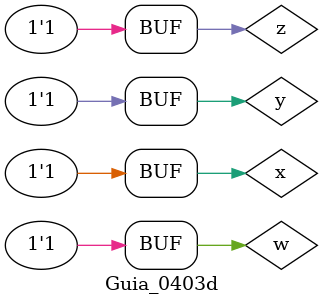
<source format=v>
/*
 Guia_0403d.v - v0.0. - 28 / 08 / 2022
 Autor    : Gabriel Vargas Bento de Souza
 Matricula: 778023
 */

/* 
 Soma dso produtos
                  ___
f(x, y, w, z) =  \   m(0, 2, 5, 7, 9, 10, 12)  = SoP(0, 2, 5, 7, 9, 10, 12) = 1
                 /___
*/

/**
 SoP(0, 2, 5, 7, 9, 10, 12)
 */
module SoP (output s,
            input  x, y, w, z);
   assign s = (~x & ~y & ~w & ~z)  // 0
            | (~x & ~y &  w & ~z)  // 2
            | (~x &  y & ~w &  z)  // 5
            | (~x &  y &  w &  z)  // 7
            | ( x & ~y & ~w &  z)  // 9
            | ( x & ~y &  w & ~z)  // 10
            | ( x &  y & ~w & ~z); // 12
endmodule // SoP

/**
  Guia_0403d.v
 */
module Guia_0403d;
   reg  x, y, w, z;
   wire s1;
   
   // instancias
   SoP SOP (s, x, y, w, z);
   
   // valores iniciais
   initial begin: start
      x=1'bx; y=1'bx; x=1'bx; z=1'bx; // indefinidos
   end

   // parte principal
   initial begin: main
      // identificacao
       $display("Gabriel Vargas Bento de Souza - 778023");
       $display("Test boolean expression");
       $display("\n03.d) SoP(0, 2, 5, 7, 9, 10, 12)\n");

       // monitoramento
       $display(" x  y  w  z  SoP(0, 2, 5, 7, 9, 10, 12)");
       $monitor("%2b %2b %2b %2b %15b", x, y, w, z, s);

       // sinalizacao
       #1 x=0; y=0; w=0; z=0;
       #1 x=0; y=0; w=0; z=1;
       #1 x=0; y=0; w=1; z=0;
       #1 x=0; y=0; w=1; z=1;
       #1 x=0; y=1; w=0; z=0;
       #1 x=0; y=1; w=0; z=1;
       #1 x=0; y=1; w=1; z=0;
       #1 x=0; y=1; w=1; z=1;
       #1 x=1; y=0; w=0; z=0;
       #1 x=1; y=0; w=0; z=1;
       #1 x=1; y=0; w=1; z=0;
       #1 x=1; y=0; w=1; z=1;
       #1 x=1; y=1; w=0; z=0;
       #1 x=1; y=1; w=0; z=1;
       #1 x=1; y=1; w=1; z=0;
       #1 x=1; y=1; w=1; z=1;
   end
endmodule // Guia_0403d
</source>
